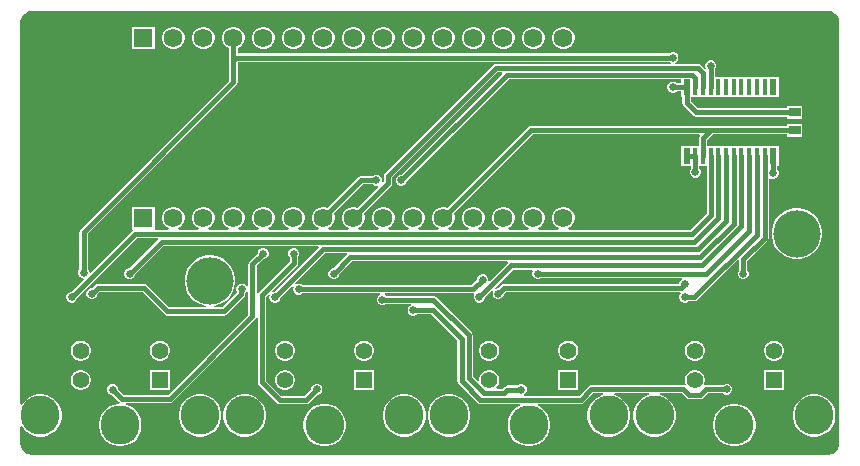
<source format=gbr>
%TF.GenerationSoftware,Altium Limited,Altium Designer,25.6.2 (33)*%
G04 Layer_Physical_Order=1*
G04 Layer_Color=255*
%FSLAX45Y45*%
%MOMM*%
%TF.SameCoordinates,85768DE1-254B-4F2A-BBB9-FB77CA5A1332*%
%TF.FilePolarity,Positive*%
%TF.FileFunction,Copper,L1,Top,Signal*%
%TF.Part,Single*%
G01*
G75*
%TA.AperFunction,SMDPad,CuDef*%
%ADD10R,1.00000X0.80000*%
%ADD11R,0.60000X1.35000*%
%ADD12R,0.40000X1.35000*%
%TA.AperFunction,Conductor*%
%ADD13C,0.38100*%
%TA.AperFunction,ComponentPad*%
%ADD14C,1.59000*%
%TA.AperFunction,ViaPad*%
%ADD15C,4.00000*%
%TA.AperFunction,ComponentPad*%
%ADD16C,1.39800*%
%ADD17C,3.30600*%
%ADD18R,1.59000X1.59000*%
%ADD19R,1.39800X1.39800*%
%TA.AperFunction,ViaPad*%
%ADD20C,0.63500*%
G36*
X6858000Y3784103D02*
X6867958D01*
X6887491Y3780218D01*
X6905891Y3772596D01*
X6922449Y3761532D01*
X6936532Y3747449D01*
X6947596Y3730890D01*
X6955218Y3712491D01*
X6959103Y3692957D01*
X6959103Y3683000D01*
X6959103Y127000D01*
X6959103Y117042D01*
X6955218Y97510D01*
X6947596Y79109D01*
X6936532Y62550D01*
X6922449Y48467D01*
X6905891Y37403D01*
X6887491Y29782D01*
X6867958Y25896D01*
X117042D01*
X97509Y29782D01*
X79109Y37403D01*
X62550Y48468D01*
X48467Y62550D01*
X37403Y79109D01*
X29781Y97509D01*
X25896Y117042D01*
Y264195D01*
X38596Y268047D01*
X53952Y245066D01*
X79066Y219952D01*
X108596Y200220D01*
X141409Y186629D01*
X176242Y179700D01*
X211758D01*
X246592Y186629D01*
X279404Y200220D01*
X308935Y219952D01*
X334048Y245066D01*
X353780Y274596D01*
X367371Y307409D01*
X374300Y342242D01*
Y377758D01*
X367371Y412592D01*
X353780Y445404D01*
X334048Y474935D01*
X308935Y500048D01*
X279404Y519780D01*
X246592Y533371D01*
X211758Y540300D01*
X176242D01*
X141409Y533371D01*
X108596Y519780D01*
X79066Y500048D01*
X53952Y474935D01*
X38596Y451953D01*
X25896Y455805D01*
X25896Y1651000D01*
X25892Y3682995D01*
X25892Y3692953D01*
X29777Y3712487D01*
X37399Y3730887D01*
X48464Y3747448D01*
X62547Y3761531D01*
X79108Y3772596D01*
X97507Y3780218D01*
X117042Y3784103D01*
X127001Y3784104D01*
X6858000Y3784103D01*
D02*
G37*
%LPC*%
G36*
X4635241Y3650500D02*
X4610359D01*
X4586324Y3644060D01*
X4564776Y3631619D01*
X4547181Y3614024D01*
X4534740Y3592476D01*
X4528300Y3568441D01*
Y3543559D01*
X4534740Y3519524D01*
X4547181Y3497976D01*
X4564776Y3480381D01*
X4586324Y3467940D01*
X4610359Y3461500D01*
X4635241D01*
X4659276Y3467940D01*
X4680824Y3480381D01*
X4698419Y3497976D01*
X4710860Y3519524D01*
X4717300Y3543559D01*
Y3568441D01*
X4710860Y3592476D01*
X4698419Y3614024D01*
X4680824Y3631619D01*
X4659276Y3644060D01*
X4635241Y3650500D01*
D02*
G37*
G36*
X4381241D02*
X4356359D01*
X4332324Y3644060D01*
X4310776Y3631619D01*
X4293181Y3614024D01*
X4280740Y3592476D01*
X4274300Y3568441D01*
Y3543559D01*
X4280740Y3519524D01*
X4293181Y3497976D01*
X4310776Y3480381D01*
X4332324Y3467940D01*
X4356359Y3461500D01*
X4381241D01*
X4405276Y3467940D01*
X4426824Y3480381D01*
X4444419Y3497976D01*
X4456860Y3519524D01*
X4463300Y3543559D01*
Y3568441D01*
X4456860Y3592476D01*
X4444419Y3614024D01*
X4426824Y3631619D01*
X4405276Y3644060D01*
X4381241Y3650500D01*
D02*
G37*
G36*
X4127241D02*
X4102359D01*
X4078324Y3644060D01*
X4056776Y3631619D01*
X4039181Y3614024D01*
X4026740Y3592476D01*
X4020300Y3568441D01*
Y3543559D01*
X4026740Y3519524D01*
X4039181Y3497976D01*
X4056776Y3480381D01*
X4078324Y3467940D01*
X4102359Y3461500D01*
X4127241D01*
X4151276Y3467940D01*
X4172824Y3480381D01*
X4190419Y3497976D01*
X4202860Y3519524D01*
X4209300Y3543559D01*
Y3568441D01*
X4202860Y3592476D01*
X4190419Y3614024D01*
X4172824Y3631619D01*
X4151276Y3644060D01*
X4127241Y3650500D01*
D02*
G37*
G36*
X3873241D02*
X3848359D01*
X3824324Y3644060D01*
X3802776Y3631619D01*
X3785181Y3614024D01*
X3772740Y3592476D01*
X3766300Y3568441D01*
Y3543559D01*
X3772740Y3519524D01*
X3785181Y3497976D01*
X3802776Y3480381D01*
X3824324Y3467940D01*
X3848359Y3461500D01*
X3873241D01*
X3897276Y3467940D01*
X3918824Y3480381D01*
X3936419Y3497976D01*
X3948860Y3519524D01*
X3955300Y3543559D01*
Y3568441D01*
X3948860Y3592476D01*
X3936419Y3614024D01*
X3918824Y3631619D01*
X3897276Y3644060D01*
X3873241Y3650500D01*
D02*
G37*
G36*
X3619241D02*
X3594359D01*
X3570324Y3644060D01*
X3548776Y3631619D01*
X3531181Y3614024D01*
X3518740Y3592476D01*
X3512300Y3568441D01*
Y3543559D01*
X3518740Y3519524D01*
X3531181Y3497976D01*
X3548776Y3480381D01*
X3570324Y3467940D01*
X3594359Y3461500D01*
X3619241D01*
X3643276Y3467940D01*
X3664824Y3480381D01*
X3682419Y3497976D01*
X3694860Y3519524D01*
X3701300Y3543559D01*
Y3568441D01*
X3694860Y3592476D01*
X3682419Y3614024D01*
X3664824Y3631619D01*
X3643276Y3644060D01*
X3619241Y3650500D01*
D02*
G37*
G36*
X3365241D02*
X3340359D01*
X3316324Y3644060D01*
X3294776Y3631619D01*
X3277181Y3614024D01*
X3264740Y3592476D01*
X3258300Y3568441D01*
Y3543559D01*
X3264740Y3519524D01*
X3277181Y3497976D01*
X3294776Y3480381D01*
X3316324Y3467940D01*
X3340359Y3461500D01*
X3365241D01*
X3389276Y3467940D01*
X3410824Y3480381D01*
X3428419Y3497976D01*
X3440860Y3519524D01*
X3447300Y3543559D01*
Y3568441D01*
X3440860Y3592476D01*
X3428419Y3614024D01*
X3410824Y3631619D01*
X3389276Y3644060D01*
X3365241Y3650500D01*
D02*
G37*
G36*
X3111241D02*
X3086359D01*
X3062324Y3644060D01*
X3040776Y3631619D01*
X3023181Y3614024D01*
X3010740Y3592476D01*
X3004300Y3568441D01*
Y3543559D01*
X3010740Y3519524D01*
X3023181Y3497976D01*
X3040776Y3480381D01*
X3062324Y3467940D01*
X3086359Y3461500D01*
X3111241D01*
X3135276Y3467940D01*
X3156824Y3480381D01*
X3174419Y3497976D01*
X3186860Y3519524D01*
X3193300Y3543559D01*
Y3568441D01*
X3186860Y3592476D01*
X3174419Y3614024D01*
X3156824Y3631619D01*
X3135276Y3644060D01*
X3111241Y3650500D01*
D02*
G37*
G36*
X2857241D02*
X2832359D01*
X2808324Y3644060D01*
X2786776Y3631619D01*
X2769181Y3614024D01*
X2756740Y3592476D01*
X2750300Y3568441D01*
Y3543559D01*
X2756740Y3519524D01*
X2769181Y3497976D01*
X2786776Y3480381D01*
X2808324Y3467940D01*
X2832359Y3461500D01*
X2857241D01*
X2881276Y3467940D01*
X2902824Y3480381D01*
X2920419Y3497976D01*
X2932860Y3519524D01*
X2939300Y3543559D01*
Y3568441D01*
X2932860Y3592476D01*
X2920419Y3614024D01*
X2902824Y3631619D01*
X2881276Y3644060D01*
X2857241Y3650500D01*
D02*
G37*
G36*
X2603241D02*
X2578359D01*
X2554324Y3644060D01*
X2532776Y3631619D01*
X2515181Y3614024D01*
X2502740Y3592476D01*
X2496300Y3568441D01*
Y3543559D01*
X2502740Y3519524D01*
X2515181Y3497976D01*
X2532776Y3480381D01*
X2554324Y3467940D01*
X2578359Y3461500D01*
X2603241D01*
X2627276Y3467940D01*
X2648824Y3480381D01*
X2666419Y3497976D01*
X2678860Y3519524D01*
X2685300Y3543559D01*
Y3568441D01*
X2678860Y3592476D01*
X2666419Y3614024D01*
X2648824Y3631619D01*
X2627276Y3644060D01*
X2603241Y3650500D01*
D02*
G37*
G36*
X2349241D02*
X2324359D01*
X2300324Y3644060D01*
X2278776Y3631619D01*
X2261181Y3614024D01*
X2248740Y3592476D01*
X2242300Y3568441D01*
Y3543559D01*
X2248740Y3519524D01*
X2261181Y3497976D01*
X2278776Y3480381D01*
X2300324Y3467940D01*
X2324359Y3461500D01*
X2349241D01*
X2373276Y3467940D01*
X2394824Y3480381D01*
X2412419Y3497976D01*
X2424860Y3519524D01*
X2431300Y3543559D01*
Y3568441D01*
X2424860Y3592476D01*
X2412419Y3614024D01*
X2394824Y3631619D01*
X2373276Y3644060D01*
X2349241Y3650500D01*
D02*
G37*
G36*
X2095241D02*
X2070359D01*
X2046324Y3644060D01*
X2024776Y3631619D01*
X2007181Y3614024D01*
X1994740Y3592476D01*
X1988300Y3568441D01*
Y3543559D01*
X1994740Y3519524D01*
X2007181Y3497976D01*
X2024776Y3480381D01*
X2046324Y3467940D01*
X2070359Y3461500D01*
X2095241D01*
X2119276Y3467940D01*
X2140824Y3480381D01*
X2158419Y3497976D01*
X2170860Y3519524D01*
X2177300Y3543559D01*
Y3568441D01*
X2170860Y3592476D01*
X2158419Y3614024D01*
X2140824Y3631619D01*
X2119276Y3644060D01*
X2095241Y3650500D01*
D02*
G37*
G36*
X1587241D02*
X1562359D01*
X1538324Y3644060D01*
X1516776Y3631619D01*
X1499181Y3614024D01*
X1486740Y3592476D01*
X1480300Y3568441D01*
Y3543559D01*
X1486740Y3519524D01*
X1499181Y3497976D01*
X1516776Y3480381D01*
X1538324Y3467940D01*
X1562359Y3461500D01*
X1587241D01*
X1611276Y3467940D01*
X1632824Y3480381D01*
X1650419Y3497976D01*
X1662860Y3519524D01*
X1669300Y3543559D01*
Y3568441D01*
X1662860Y3592476D01*
X1650419Y3614024D01*
X1632824Y3631619D01*
X1611276Y3644060D01*
X1587241Y3650500D01*
D02*
G37*
G36*
X1333241D02*
X1308359D01*
X1284324Y3644060D01*
X1262776Y3631619D01*
X1245181Y3614024D01*
X1232740Y3592476D01*
X1226300Y3568441D01*
Y3543559D01*
X1232740Y3519524D01*
X1245181Y3497976D01*
X1262776Y3480381D01*
X1284324Y3467940D01*
X1308359Y3461500D01*
X1333241D01*
X1357276Y3467940D01*
X1378824Y3480381D01*
X1396419Y3497976D01*
X1408860Y3519524D01*
X1415300Y3543559D01*
Y3568441D01*
X1408860Y3592476D01*
X1396419Y3614024D01*
X1378824Y3631619D01*
X1357276Y3644060D01*
X1333241Y3650500D01*
D02*
G37*
G36*
X1161300D02*
X972300D01*
Y3461500D01*
X1161300D01*
Y3650500D01*
D02*
G37*
G36*
X1841241D02*
X1816359D01*
X1792324Y3644060D01*
X1770776Y3631619D01*
X1753181Y3614024D01*
X1740740Y3592476D01*
X1734300Y3568441D01*
Y3543559D01*
X1740740Y3519524D01*
X1753181Y3497976D01*
X1770776Y3480381D01*
X1792324Y3467940D01*
X1794083Y3467469D01*
Y3368521D01*
Y3195422D01*
X535451Y1936791D01*
X527926Y1925528D01*
X525283Y1912242D01*
Y1601397D01*
X520367Y1596482D01*
X513250Y1579299D01*
Y1560701D01*
X520367Y1543518D01*
X533518Y1530367D01*
X550701Y1523250D01*
X556192D01*
X561453Y1510550D01*
X457653Y1406750D01*
X450701D01*
X433518Y1399633D01*
X420367Y1386482D01*
X413250Y1369299D01*
Y1350701D01*
X420367Y1333518D01*
X433518Y1320367D01*
X450701Y1313250D01*
X469299D01*
X486482Y1320367D01*
X499633Y1333518D01*
X506750Y1350701D01*
Y1357653D01*
X1013096Y1863999D01*
X1187605D01*
X1192201Y1851299D01*
X947653Y1606750D01*
X940701D01*
X923518Y1599633D01*
X910367Y1586482D01*
X903250Y1569299D01*
Y1550701D01*
X910367Y1533518D01*
X923518Y1520367D01*
X940701Y1513250D01*
X959299D01*
X976482Y1520367D01*
X989633Y1533518D01*
X996750Y1550701D01*
Y1557653D01*
X1234380Y1795283D01*
X2548225D01*
X2553486Y1782583D01*
X2177653Y1406750D01*
X2170701D01*
X2158934Y1401876D01*
X2151740Y1412643D01*
X2364548Y1625451D01*
X2372074Y1636714D01*
X2374717Y1650000D01*
Y1698603D01*
X2379633Y1703518D01*
X2386750Y1720701D01*
Y1739299D01*
X2379633Y1756482D01*
X2366482Y1769633D01*
X2349299Y1776750D01*
X2330701D01*
X2313518Y1769633D01*
X2300367Y1756482D01*
X2293250Y1739299D01*
Y1720701D01*
X2300367Y1703518D01*
X2305283Y1698603D01*
Y1664380D01*
X2045451Y1404548D01*
X2037926Y1393286D01*
X2037417Y1390729D01*
X2024717Y1391980D01*
Y1625620D01*
X2082347Y1683250D01*
X2089299D01*
X2106482Y1690367D01*
X2119633Y1703518D01*
X2126750Y1720701D01*
Y1739299D01*
X2119633Y1756482D01*
X2106482Y1769633D01*
X2089299Y1776750D01*
X2070701D01*
X2053518Y1769633D01*
X2040367Y1756482D01*
X2033250Y1739299D01*
Y1732347D01*
X1965451Y1664549D01*
X1957926Y1653286D01*
X1955283Y1640000D01*
Y1451885D01*
X1942583Y1449359D01*
X1939633Y1456482D01*
X1926482Y1469633D01*
X1909299Y1476750D01*
X1890701D01*
X1873518Y1469633D01*
X1860367Y1456482D01*
X1853250Y1439299D01*
Y1420701D01*
X1860367Y1403518D01*
X1860521Y1403364D01*
Y1399618D01*
X1735620Y1274717D01*
X1664577D01*
X1663326Y1287417D01*
X1692713Y1293262D01*
X1731841Y1309470D01*
X1767054Y1332999D01*
X1797001Y1362946D01*
X1820531Y1398160D01*
X1836738Y1437287D01*
X1845000Y1478824D01*
Y1521176D01*
X1836738Y1562713D01*
X1820531Y1601841D01*
X1797001Y1637054D01*
X1767054Y1667001D01*
X1731841Y1690531D01*
X1692713Y1706738D01*
X1651176Y1715000D01*
X1608824D01*
X1567287Y1706738D01*
X1528160Y1690531D01*
X1492946Y1667001D01*
X1462999Y1637054D01*
X1439470Y1601841D01*
X1423262Y1562713D01*
X1415000Y1521176D01*
Y1478824D01*
X1423262Y1437287D01*
X1439470Y1398160D01*
X1462999Y1362946D01*
X1492946Y1332999D01*
X1528160Y1309470D01*
X1567287Y1293262D01*
X1596674Y1287417D01*
X1595423Y1274717D01*
X1284265D01*
X1094434Y1464549D01*
X1083171Y1472074D01*
X1069885Y1474717D01*
X680000D01*
X666714Y1472074D01*
X655451Y1464549D01*
X627653Y1436750D01*
X620701D01*
X603518Y1429633D01*
X590367Y1416482D01*
X583250Y1399299D01*
Y1380701D01*
X590367Y1363518D01*
X603518Y1350367D01*
X620701Y1343250D01*
X639299D01*
X656482Y1350367D01*
X669633Y1363518D01*
X676750Y1380701D01*
Y1387653D01*
X694380Y1405283D01*
X1055505D01*
X1245336Y1215451D01*
X1256599Y1207926D01*
X1269885Y1205283D01*
X1750000D01*
X1763286Y1207926D01*
X1774549Y1215451D01*
X1919787Y1360690D01*
X1927313Y1371953D01*
X1929955Y1385238D01*
Y1393841D01*
X1939633Y1403518D01*
X1942583Y1410641D01*
X1955283Y1408115D01*
Y1214380D01*
X1275620Y534717D01*
X898680D01*
X851930Y581467D01*
Y588419D01*
X844813Y605602D01*
X831662Y618753D01*
X814479Y625870D01*
X795881D01*
X778698Y618753D01*
X765547Y605602D01*
X758430Y588419D01*
Y569821D01*
X765547Y552638D01*
X778698Y539487D01*
X795881Y532370D01*
X802833D01*
X859751Y475451D01*
X864917Y472000D01*
X861064Y459300D01*
X852242D01*
X817409Y452371D01*
X784596Y438780D01*
X755066Y419048D01*
X729952Y393934D01*
X710220Y364404D01*
X696629Y331591D01*
X689700Y296758D01*
Y261242D01*
X696629Y226408D01*
X710220Y193596D01*
X729952Y164065D01*
X755066Y138952D01*
X784596Y119220D01*
X817409Y105629D01*
X852242Y98700D01*
X887758D01*
X922591Y105629D01*
X955404Y119220D01*
X984935Y138952D01*
X1010048Y164065D01*
X1029780Y193596D01*
X1043371Y226408D01*
X1050300Y261242D01*
Y296758D01*
X1043371Y331591D01*
X1029780Y364404D01*
X1010048Y393934D01*
X984935Y419048D01*
X955404Y438780D01*
X922591Y452371D01*
X921527Y452583D01*
X922777Y465283D01*
X1290000D01*
X1303286Y467926D01*
X1314549Y475451D01*
X2014549Y1175452D01*
X2022075Y1186715D01*
X2022583Y1189270D01*
X2035283Y1188019D01*
Y640000D01*
X2037926Y626714D01*
X2045451Y615451D01*
X2195451Y465451D01*
X2206714Y457926D01*
X2220000Y455283D01*
X2443260D01*
X2456546Y457926D01*
X2467809Y465451D01*
X2537267Y534910D01*
X2544219D01*
X2561402Y542027D01*
X2574553Y555178D01*
X2581670Y572361D01*
Y590959D01*
X2574553Y608142D01*
X2561402Y621293D01*
X2544219Y628410D01*
X2525621D01*
X2508438Y621293D01*
X2495287Y608142D01*
X2488170Y590959D01*
Y584007D01*
X2428880Y524717D01*
X2234380D01*
X2104717Y654380D01*
Y1365620D01*
X2127357Y1388260D01*
X2138124Y1381066D01*
X2133250Y1369299D01*
Y1350701D01*
X2140367Y1333518D01*
X2153518Y1320367D01*
X2170701Y1313250D01*
X2189299D01*
X2206482Y1320367D01*
X2219633Y1333518D01*
X2226750Y1350701D01*
Y1357653D01*
X2327358Y1458261D01*
X2338124Y1451067D01*
X2333250Y1439299D01*
Y1420701D01*
X2340367Y1403518D01*
X2353518Y1390367D01*
X2370701Y1383250D01*
X2389299D01*
X2406482Y1390367D01*
X2411398Y1395283D01*
X3068114D01*
X3070640Y1382583D01*
X3063518Y1379633D01*
X3050367Y1366482D01*
X3043250Y1349299D01*
Y1330701D01*
X3050367Y1313518D01*
X3063518Y1300367D01*
X3080701Y1293250D01*
X3099299D01*
X3116482Y1300367D01*
X3121397Y1305283D01*
X3328115D01*
X3330641Y1292583D01*
X3323518Y1289633D01*
X3310367Y1276482D01*
X3303250Y1259299D01*
Y1240701D01*
X3310367Y1223518D01*
X3323518Y1210367D01*
X3340701Y1203250D01*
X3359299D01*
X3376482Y1210367D01*
X3381397Y1215283D01*
X3505620D01*
X3725283Y995620D01*
Y650000D01*
X3727926Y636714D01*
X3735452Y625452D01*
X3895452Y465451D01*
X3906715Y457926D01*
X3920000Y455283D01*
X4251252D01*
X4253778Y442583D01*
X4244596Y438780D01*
X4215065Y419048D01*
X4189952Y393934D01*
X4170220Y364404D01*
X4156629Y331591D01*
X4149700Y296758D01*
Y261242D01*
X4156629Y226408D01*
X4170220Y193596D01*
X4189952Y164065D01*
X4215065Y138952D01*
X4244596Y119220D01*
X4277409Y105629D01*
X4312242Y98700D01*
X4347758D01*
X4382591Y105629D01*
X4415404Y119220D01*
X4444934Y138952D01*
X4470048Y164065D01*
X4489780Y193596D01*
X4503371Y226408D01*
X4510300Y261242D01*
Y296758D01*
X4503371Y331591D01*
X4489780Y364404D01*
X4470048Y393934D01*
X4444934Y419048D01*
X4415404Y438780D01*
X4406222Y442583D01*
X4408748Y455283D01*
X4768145D01*
X4781431Y457926D01*
X4792694Y465451D01*
X4874185Y546943D01*
X4956540D01*
X4957791Y534243D01*
X4953408Y533371D01*
X4920596Y519780D01*
X4891065Y500048D01*
X4865952Y474935D01*
X4846220Y445404D01*
X4832629Y412592D01*
X4825700Y377758D01*
Y342242D01*
X4832629Y307409D01*
X4846220Y274596D01*
X4865952Y245066D01*
X4891065Y219952D01*
X4920596Y200220D01*
X4953408Y186629D01*
X4988242Y179700D01*
X5023758D01*
X5058591Y186629D01*
X5091404Y200220D01*
X5120934Y219952D01*
X5146048Y245066D01*
X5165780Y274596D01*
X5179371Y307409D01*
X5186300Y342242D01*
Y377758D01*
X5179371Y412592D01*
X5165780Y445404D01*
X5146048Y474935D01*
X5120934Y500048D01*
X5091404Y519780D01*
X5058591Y533371D01*
X5054209Y534243D01*
X5055460Y546943D01*
X5344540D01*
X5345791Y534243D01*
X5341409Y533371D01*
X5308596Y519780D01*
X5279066Y500048D01*
X5253952Y474935D01*
X5234220Y445404D01*
X5220629Y412592D01*
X5213700Y377758D01*
Y342242D01*
X5220629Y307409D01*
X5234220Y274596D01*
X5253952Y245066D01*
X5279066Y219952D01*
X5308596Y200220D01*
X5341409Y186629D01*
X5376242Y179700D01*
X5411758D01*
X5446592Y186629D01*
X5479404Y200220D01*
X5508935Y219952D01*
X5534048Y245066D01*
X5553780Y274596D01*
X5567371Y307409D01*
X5574300Y342242D01*
Y377758D01*
X5567371Y412592D01*
X5553780Y445404D01*
X5534048Y474935D01*
X5508935Y500048D01*
X5479404Y519780D01*
X5446592Y533371D01*
X5442209Y534243D01*
X5443460Y546943D01*
X5623960D01*
X5665451Y505451D01*
X5676714Y497926D01*
X5690000Y495283D01*
X5780000D01*
X5793286Y497926D01*
X5804549Y505451D01*
X5846040Y546943D01*
X5973163D01*
X5978078Y542027D01*
X5995261Y534910D01*
X6013859D01*
X6031042Y542027D01*
X6044193Y555178D01*
X6051310Y572361D01*
Y590959D01*
X6044193Y608142D01*
X6031042Y621293D01*
X6013859Y628410D01*
X5995261D01*
X5978078Y621293D01*
X5973163Y616377D01*
X5831660D01*
X5821326Y614322D01*
X5814284Y621339D01*
X5812562Y624541D01*
X5814114Y627230D01*
X5819900Y648823D01*
Y671177D01*
X5814114Y692770D01*
X5802937Y712130D01*
X5787130Y727937D01*
X5767770Y739114D01*
X5746177Y744900D01*
X5723823D01*
X5702230Y739114D01*
X5682870Y727937D01*
X5667063Y712130D01*
X5655886Y692770D01*
X5650100Y671177D01*
Y648823D01*
X5655886Y627230D01*
X5657438Y624542D01*
X5655716Y621340D01*
X5648674Y614322D01*
X5638340Y616377D01*
X4859805D01*
X4846520Y613735D01*
X4835257Y606209D01*
X4753765Y524717D01*
X4288670D01*
X4286144Y537417D01*
X4291142Y539487D01*
X4304293Y552638D01*
X4311410Y569821D01*
Y588419D01*
X4304293Y605602D01*
X4291142Y618753D01*
X4273959Y625870D01*
X4255361D01*
X4238178Y618753D01*
X4233263Y613837D01*
X4149120D01*
X4135834Y611194D01*
X4124571Y603669D01*
X4105620Y584717D01*
X4057744D01*
X4052483Y597417D01*
X4062937Y607870D01*
X4074114Y627230D01*
X4079900Y648823D01*
Y671177D01*
X4074114Y692770D01*
X4062937Y712130D01*
X4047130Y727937D01*
X4027770Y739114D01*
X4006177Y744900D01*
X3983823D01*
X3962230Y739114D01*
X3942870Y727937D01*
X3927063Y712130D01*
X3915886Y692770D01*
X3910100Y671177D01*
Y656958D01*
X3897400Y651697D01*
X3854717Y694380D01*
Y1040000D01*
X3852074Y1053286D01*
X3844549Y1064549D01*
X3544548Y1364549D01*
X3533286Y1372074D01*
X3520000Y1374717D01*
X3121397D01*
X3116482Y1379633D01*
X3109360Y1382583D01*
X3111886Y1395283D01*
X3860000D01*
X3861508Y1395583D01*
X3865652Y1391326D01*
X3869426Y1384209D01*
X3863250Y1369299D01*
Y1350701D01*
X3870367Y1333518D01*
X3883518Y1320367D01*
X3900701Y1313250D01*
X3919299D01*
X3936482Y1320367D01*
X3949633Y1333518D01*
X3956750Y1350701D01*
Y1357653D01*
X4017358Y1418261D01*
X4028124Y1411067D01*
X4023250Y1399299D01*
Y1380701D01*
X4030367Y1363518D01*
X4043518Y1350367D01*
X4060701Y1343250D01*
X4079299D01*
X4096482Y1350367D01*
X4109633Y1363518D01*
X4116750Y1380701D01*
Y1387653D01*
X4134380Y1405283D01*
X5611208D01*
X5616431Y1395642D01*
X5616836Y1392951D01*
X5610367Y1386482D01*
X5603250Y1369299D01*
Y1350701D01*
X5610367Y1333518D01*
X5623518Y1320367D01*
X5640701Y1313250D01*
X5659299D01*
X5676482Y1320367D01*
X5681397Y1325283D01*
X5730000D01*
X5743286Y1327926D01*
X5754549Y1335451D01*
X6097583Y1678486D01*
X6110283Y1673225D01*
Y1591397D01*
X6105368Y1586482D01*
X6098250Y1569299D01*
Y1550701D01*
X6105368Y1533518D01*
X6118518Y1520367D01*
X6135701Y1513250D01*
X6154299D01*
X6171482Y1520367D01*
X6184633Y1533518D01*
X6191750Y1550701D01*
Y1569299D01*
X6184633Y1586482D01*
X6179717Y1591397D01*
Y1670620D01*
X6349849Y1840751D01*
X6357374Y1852014D01*
X6360017Y1865300D01*
Y2365908D01*
X6372717Y2371168D01*
X6373518Y2370367D01*
X6390701Y2363250D01*
X6409299D01*
X6426482Y2370367D01*
X6439633Y2383518D01*
X6446750Y2400701D01*
Y2419299D01*
X6439633Y2436482D01*
X6434867Y2441248D01*
Y2474721D01*
X6445300D01*
Y2639721D01*
X5840967D01*
Y2691870D01*
X5889380Y2740283D01*
X6515000D01*
Y2720000D01*
X6645000D01*
Y2830000D01*
X6515000D01*
Y2809717D01*
X4349800D01*
X4336514Y2807074D01*
X4325251Y2799548D01*
X3644852Y2119149D01*
X3643276Y2120060D01*
X3619241Y2126500D01*
X3594359D01*
X3570324Y2120060D01*
X3548776Y2107619D01*
X3531181Y2090024D01*
X3518740Y2068476D01*
X3512300Y2044441D01*
Y2019559D01*
X3518740Y1995524D01*
X3531181Y1973976D01*
X3548776Y1956381D01*
X3566527Y1946133D01*
X3563124Y1933433D01*
X3396476D01*
X3393073Y1946133D01*
X3410824Y1956381D01*
X3428419Y1973976D01*
X3440860Y1995524D01*
X3447300Y2019559D01*
Y2044441D01*
X3440860Y2068476D01*
X3428419Y2090024D01*
X3410824Y2107619D01*
X3389276Y2120060D01*
X3365241Y2126500D01*
X3340359D01*
X3316324Y2120060D01*
X3294776Y2107619D01*
X3277181Y2090024D01*
X3264740Y2068476D01*
X3258300Y2044441D01*
Y2019559D01*
X3264740Y1995524D01*
X3277181Y1973976D01*
X3294776Y1956381D01*
X3312527Y1946133D01*
X3309124Y1933433D01*
X3142476D01*
X3139073Y1946133D01*
X3156824Y1956381D01*
X3174419Y1973976D01*
X3186860Y1995524D01*
X3193300Y2019559D01*
Y2044441D01*
X3186860Y2068476D01*
X3174419Y2090024D01*
X3156824Y2107619D01*
X3135276Y2120060D01*
X3111241Y2126500D01*
X3086359D01*
X3062324Y2120060D01*
X3040776Y2107619D01*
X3023181Y2090024D01*
X3010740Y2068476D01*
X3004300Y2044441D01*
Y2019559D01*
X3010740Y1995524D01*
X3023181Y1973976D01*
X3040776Y1956381D01*
X3058527Y1946133D01*
X3055124Y1933433D01*
X2888476D01*
X2885073Y1946133D01*
X2902824Y1956381D01*
X2920419Y1973976D01*
X2932860Y1995524D01*
X2939300Y2019559D01*
Y2044441D01*
X2932860Y2068476D01*
X2931949Y2070052D01*
X3164549Y2302651D01*
X3172074Y2313914D01*
X3174717Y2327200D01*
Y2375620D01*
X4064380Y3265283D01*
X4099592D01*
X4104453Y3253550D01*
X3247653Y2396750D01*
X3240701D01*
X3223518Y2389633D01*
X3210367Y2376482D01*
X3203250Y2359299D01*
Y2340701D01*
X3210367Y2323518D01*
X3223518Y2310367D01*
X3240701Y2303250D01*
X3259299D01*
X3276482Y2310367D01*
X3289633Y2323518D01*
X3296750Y2340701D01*
Y2347653D01*
X4158149Y3209051D01*
X5620300D01*
Y3174717D01*
X5581398D01*
X5576482Y3179633D01*
X5559299Y3186750D01*
X5540701D01*
X5523518Y3179633D01*
X5510367Y3166482D01*
X5503250Y3149299D01*
Y3130701D01*
X5510367Y3113518D01*
X5523518Y3100367D01*
X5540701Y3093250D01*
X5559299D01*
X5576482Y3100367D01*
X5581398Y3105283D01*
X5620300D01*
Y3059719D01*
X5630583D01*
Y3004700D01*
X5633226Y2991414D01*
X5640751Y2980152D01*
X5720452Y2900451D01*
X5731715Y2892925D01*
X5745000Y2890283D01*
X6515000D01*
Y2870000D01*
X6645000D01*
Y2980000D01*
X6515000D01*
Y2959717D01*
X5759381D01*
X5700017Y3019080D01*
Y3059719D01*
X6445300D01*
Y3224718D01*
X5904867D01*
Y3288752D01*
X5909633Y3293518D01*
X5916750Y3310701D01*
Y3329299D01*
X5909633Y3346482D01*
X5896482Y3359633D01*
X5879299Y3366750D01*
X5860701D01*
X5843518Y3359633D01*
X5830367Y3346482D01*
X5823250Y3329299D01*
Y3310701D01*
X5828124Y3298934D01*
X5817357Y3291740D01*
X5784549Y3324549D01*
X5773286Y3332074D01*
X5760000Y3334717D01*
X5571885D01*
X5569359Y3347417D01*
X5576482Y3350367D01*
X5589633Y3363518D01*
X5596750Y3380701D01*
Y3399299D01*
X5589633Y3416482D01*
X5576482Y3429633D01*
X5559299Y3436750D01*
X5540701D01*
X5523518Y3429633D01*
X5518603Y3424717D01*
X1863517D01*
Y3467469D01*
X1865276Y3467940D01*
X1886824Y3480381D01*
X1904419Y3497976D01*
X1916860Y3519524D01*
X1923300Y3543559D01*
Y3568441D01*
X1916860Y3592476D01*
X1904419Y3614024D01*
X1886824Y3631619D01*
X1865276Y3644060D01*
X1841241Y3650500D01*
D02*
G37*
G36*
X6621176Y2115000D02*
X6578824D01*
X6537287Y2106738D01*
X6498159Y2090530D01*
X6462946Y2067001D01*
X6432999Y2037054D01*
X6409470Y2001841D01*
X6393262Y1962713D01*
X6385000Y1921176D01*
Y1878824D01*
X6393262Y1837287D01*
X6409470Y1798159D01*
X6432999Y1762946D01*
X6462946Y1732999D01*
X6498159Y1709470D01*
X6537287Y1693262D01*
X6578824Y1685000D01*
X6621176D01*
X6662713Y1693262D01*
X6701841Y1709470D01*
X6737054Y1732999D01*
X6767001Y1762946D01*
X6790530Y1798159D01*
X6806738Y1837287D01*
X6815000Y1878824D01*
Y1921176D01*
X6806738Y1962713D01*
X6790530Y2001841D01*
X6767001Y2037054D01*
X6737054Y2067001D01*
X6701841Y2090530D01*
X6662713Y2106738D01*
X6621176Y2115000D01*
D02*
G37*
G36*
X6416177Y993900D02*
X6393823D01*
X6372230Y988114D01*
X6352870Y976937D01*
X6337063Y961130D01*
X6325886Y941770D01*
X6320100Y920177D01*
Y897823D01*
X6325886Y876230D01*
X6337063Y856870D01*
X6352870Y841063D01*
X6372230Y829886D01*
X6393823Y824100D01*
X6416177D01*
X6437770Y829886D01*
X6457130Y841063D01*
X6472937Y856870D01*
X6484114Y876230D01*
X6489900Y897823D01*
Y920177D01*
X6484114Y941770D01*
X6472937Y961130D01*
X6457130Y976937D01*
X6437770Y988114D01*
X6416177Y993900D01*
D02*
G37*
G36*
X5746177D02*
X5723823D01*
X5702230Y988114D01*
X5682870Y976937D01*
X5667063Y961130D01*
X5655886Y941770D01*
X5650100Y920177D01*
Y897823D01*
X5655886Y876230D01*
X5667063Y856870D01*
X5682870Y841063D01*
X5702230Y829886D01*
X5723823Y824100D01*
X5746177D01*
X5767770Y829886D01*
X5787130Y841063D01*
X5802937Y856870D01*
X5814114Y876230D01*
X5819900Y897823D01*
Y920177D01*
X5814114Y941770D01*
X5802937Y961130D01*
X5787130Y976937D01*
X5767770Y988114D01*
X5746177Y993900D01*
D02*
G37*
G36*
X4676177D02*
X4653823D01*
X4632230Y988114D01*
X4612870Y976937D01*
X4597063Y961130D01*
X4585886Y941770D01*
X4580100Y920177D01*
Y897823D01*
X4585886Y876230D01*
X4597063Y856870D01*
X4612870Y841063D01*
X4632230Y829886D01*
X4653823Y824100D01*
X4676177D01*
X4697770Y829886D01*
X4717130Y841063D01*
X4732937Y856870D01*
X4744114Y876230D01*
X4749900Y897823D01*
Y920177D01*
X4744114Y941770D01*
X4732937Y961130D01*
X4717130Y976937D01*
X4697770Y988114D01*
X4676177Y993900D01*
D02*
G37*
G36*
X4006177D02*
X3983823D01*
X3962230Y988114D01*
X3942870Y976937D01*
X3927063Y961130D01*
X3915886Y941770D01*
X3910100Y920177D01*
Y897823D01*
X3915886Y876230D01*
X3927063Y856870D01*
X3942870Y841063D01*
X3962230Y829886D01*
X3983823Y824100D01*
X4006177D01*
X4027770Y829886D01*
X4047130Y841063D01*
X4062937Y856870D01*
X4074114Y876230D01*
X4079900Y897823D01*
Y920177D01*
X4074114Y941770D01*
X4062937Y961130D01*
X4047130Y976937D01*
X4027770Y988114D01*
X4006177Y993900D01*
D02*
G37*
G36*
X2946177D02*
X2923823D01*
X2902230Y988114D01*
X2882870Y976937D01*
X2867063Y961130D01*
X2855886Y941770D01*
X2850100Y920177D01*
Y897823D01*
X2855886Y876230D01*
X2867063Y856870D01*
X2882870Y841063D01*
X2902230Y829886D01*
X2923823Y824100D01*
X2946177D01*
X2967770Y829886D01*
X2987130Y841063D01*
X3002937Y856870D01*
X3014114Y876230D01*
X3019900Y897823D01*
Y920177D01*
X3014114Y941770D01*
X3002937Y961130D01*
X2987130Y976937D01*
X2967770Y988114D01*
X2946177Y993900D01*
D02*
G37*
G36*
X2276177D02*
X2253823D01*
X2232230Y988114D01*
X2212870Y976937D01*
X2197063Y961130D01*
X2185886Y941770D01*
X2180100Y920177D01*
Y897823D01*
X2185886Y876230D01*
X2197063Y856870D01*
X2212870Y841063D01*
X2232230Y829886D01*
X2253823Y824100D01*
X2276177D01*
X2297770Y829886D01*
X2317129Y841063D01*
X2332937Y856870D01*
X2344114Y876230D01*
X2349900Y897823D01*
Y920177D01*
X2344114Y941770D01*
X2332937Y961130D01*
X2317129Y976937D01*
X2297770Y988114D01*
X2276177Y993900D01*
D02*
G37*
G36*
X1216177D02*
X1193823D01*
X1172230Y988114D01*
X1152870Y976937D01*
X1137063Y961130D01*
X1125886Y941770D01*
X1120100Y920177D01*
Y897823D01*
X1125886Y876230D01*
X1137063Y856870D01*
X1152870Y841063D01*
X1172230Y829886D01*
X1193823Y824100D01*
X1216177D01*
X1237770Y829886D01*
X1257130Y841063D01*
X1272937Y856870D01*
X1284114Y876230D01*
X1289900Y897823D01*
Y920177D01*
X1284114Y941770D01*
X1272937Y961130D01*
X1257130Y976937D01*
X1237770Y988114D01*
X1216177Y993900D01*
D02*
G37*
G36*
X546177D02*
X523823D01*
X502230Y988114D01*
X482870Y976937D01*
X467063Y961130D01*
X455886Y941770D01*
X450100Y920177D01*
Y897823D01*
X455886Y876230D01*
X467063Y856870D01*
X482870Y841063D01*
X502230Y829886D01*
X523823Y824100D01*
X546177D01*
X567770Y829886D01*
X587130Y841063D01*
X602937Y856870D01*
X614114Y876230D01*
X619900Y897823D01*
Y920177D01*
X614114Y941770D01*
X602937Y961130D01*
X587130Y976937D01*
X567770Y988114D01*
X546177Y993900D01*
D02*
G37*
G36*
X6489900Y744900D02*
X6320100D01*
Y575100D01*
X6489900D01*
Y744900D01*
D02*
G37*
G36*
X4749900D02*
X4580100D01*
Y575100D01*
X4749900D01*
Y744900D01*
D02*
G37*
G36*
X3019900D02*
X2850100D01*
Y575100D01*
X3019900D01*
Y744900D01*
D02*
G37*
G36*
X2276177D02*
X2253823D01*
X2232230Y739114D01*
X2212870Y727937D01*
X2197063Y712130D01*
X2185886Y692770D01*
X2180100Y671177D01*
Y648823D01*
X2185886Y627230D01*
X2197063Y607870D01*
X2212870Y592063D01*
X2232230Y580886D01*
X2253823Y575100D01*
X2276177D01*
X2297770Y580886D01*
X2317129Y592063D01*
X2332937Y607870D01*
X2344114Y627230D01*
X2349900Y648823D01*
Y671177D01*
X2344114Y692770D01*
X2332937Y712130D01*
X2317129Y727937D01*
X2297770Y739114D01*
X2276177Y744900D01*
D02*
G37*
G36*
X1289900D02*
X1120100D01*
Y575100D01*
X1289900D01*
Y744900D01*
D02*
G37*
G36*
X546177D02*
X523823D01*
X502230Y739114D01*
X482870Y727937D01*
X467063Y712130D01*
X455886Y692770D01*
X450100Y671177D01*
Y648823D01*
X455886Y627230D01*
X467063Y607870D01*
X482870Y592063D01*
X502230Y580886D01*
X523823Y575100D01*
X546177D01*
X567770Y580886D01*
X587130Y592063D01*
X602937Y607870D01*
X614114Y627230D01*
X619900Y648823D01*
Y671177D01*
X614114Y692770D01*
X602937Y712130D01*
X587130Y727937D01*
X567770Y739114D01*
X546177Y744900D01*
D02*
G37*
G36*
X6763758Y540300D02*
X6728242D01*
X6693409Y533371D01*
X6660596Y519780D01*
X6631065Y500048D01*
X6605952Y474935D01*
X6586220Y445404D01*
X6572629Y412592D01*
X6565700Y377758D01*
Y342242D01*
X6572629Y307409D01*
X6586220Y274596D01*
X6605952Y245066D01*
X6631065Y219952D01*
X6660596Y200220D01*
X6693409Y186629D01*
X6728242Y179700D01*
X6763758D01*
X6798591Y186629D01*
X6831404Y200220D01*
X6860934Y219952D01*
X6886048Y245066D01*
X6905780Y274596D01*
X6919371Y307409D01*
X6926300Y342242D01*
Y377758D01*
X6919371Y412592D01*
X6905780Y445404D01*
X6886048Y474935D01*
X6860934Y500048D01*
X6831404Y519780D01*
X6798591Y533371D01*
X6763758Y540300D01*
D02*
G37*
G36*
X3671758D02*
X3636242D01*
X3601409Y533371D01*
X3568596Y519780D01*
X3539066Y500048D01*
X3513952Y474935D01*
X3494220Y445404D01*
X3480629Y412592D01*
X3473700Y377758D01*
Y342242D01*
X3480629Y307409D01*
X3494220Y274596D01*
X3513952Y245066D01*
X3539066Y219952D01*
X3568596Y200220D01*
X3601409Y186629D01*
X3636242Y179700D01*
X3671758D01*
X3706592Y186629D01*
X3739404Y200220D01*
X3768935Y219952D01*
X3794048Y245066D01*
X3813780Y274596D01*
X3827371Y307409D01*
X3834300Y342242D01*
Y377758D01*
X3827371Y412592D01*
X3813780Y445404D01*
X3794048Y474935D01*
X3768935Y500048D01*
X3739404Y519780D01*
X3706592Y533371D01*
X3671758Y540300D01*
D02*
G37*
G36*
X3293758D02*
X3258242D01*
X3223408Y533371D01*
X3190596Y519780D01*
X3161065Y500048D01*
X3135952Y474935D01*
X3116220Y445404D01*
X3102629Y412592D01*
X3095700Y377758D01*
Y342242D01*
X3102629Y307409D01*
X3116220Y274596D01*
X3135952Y245066D01*
X3161065Y219952D01*
X3190596Y200220D01*
X3223408Y186629D01*
X3258242Y179700D01*
X3293758D01*
X3328591Y186629D01*
X3361404Y200220D01*
X3390934Y219952D01*
X3416048Y245066D01*
X3435780Y274596D01*
X3449371Y307409D01*
X3456300Y342242D01*
Y377758D01*
X3449371Y412592D01*
X3435780Y445404D01*
X3416048Y474935D01*
X3390934Y500048D01*
X3361404Y519780D01*
X3328591Y533371D01*
X3293758Y540300D01*
D02*
G37*
G36*
X1941758D02*
X1906242D01*
X1871409Y533371D01*
X1838596Y519780D01*
X1809065Y500048D01*
X1783952Y474935D01*
X1764220Y445404D01*
X1750629Y412592D01*
X1743700Y377758D01*
Y342242D01*
X1750629Y307409D01*
X1764220Y274596D01*
X1783952Y245066D01*
X1809065Y219952D01*
X1838596Y200220D01*
X1871409Y186629D01*
X1906242Y179700D01*
X1941758D01*
X1976591Y186629D01*
X2009404Y200220D01*
X2038934Y219952D01*
X2064048Y245066D01*
X2083780Y274596D01*
X2097371Y307409D01*
X2104300Y342242D01*
Y377758D01*
X2097371Y412592D01*
X2083780Y445404D01*
X2064048Y474935D01*
X2038934Y500048D01*
X2009404Y519780D01*
X1976591Y533371D01*
X1941758Y540300D01*
D02*
G37*
G36*
X1563758D02*
X1528242D01*
X1493408Y533371D01*
X1460596Y519780D01*
X1431065Y500048D01*
X1405952Y474935D01*
X1386220Y445404D01*
X1372629Y412592D01*
X1365700Y377758D01*
Y342242D01*
X1372629Y307409D01*
X1386220Y274596D01*
X1405952Y245066D01*
X1431065Y219952D01*
X1460596Y200220D01*
X1493408Y186629D01*
X1528242Y179700D01*
X1563758D01*
X1598591Y186629D01*
X1631404Y200220D01*
X1660934Y219952D01*
X1686048Y245066D01*
X1705780Y274596D01*
X1719371Y307409D01*
X1726300Y342242D01*
Y377758D01*
X1719371Y412592D01*
X1705780Y445404D01*
X1686048Y474935D01*
X1660934Y500048D01*
X1631404Y519780D01*
X1598591Y533371D01*
X1563758Y540300D01*
D02*
G37*
G36*
X6087758Y459300D02*
X6052242D01*
X6017409Y452371D01*
X5984596Y438780D01*
X5955066Y419048D01*
X5929952Y393934D01*
X5910220Y364404D01*
X5896629Y331591D01*
X5889700Y296758D01*
Y261242D01*
X5896629Y226408D01*
X5910220Y193596D01*
X5929952Y164065D01*
X5955066Y138952D01*
X5984596Y119220D01*
X6017409Y105629D01*
X6052242Y98700D01*
X6087758D01*
X6122592Y105629D01*
X6155404Y119220D01*
X6184935Y138952D01*
X6210048Y164065D01*
X6229780Y193596D01*
X6243371Y226408D01*
X6250300Y261242D01*
Y296758D01*
X6243371Y331591D01*
X6229780Y364404D01*
X6210048Y393934D01*
X6184935Y419048D01*
X6155404Y438780D01*
X6122592Y452371D01*
X6087758Y459300D01*
D02*
G37*
G36*
X2617758D02*
X2582242D01*
X2547408Y452371D01*
X2514596Y438780D01*
X2485065Y419048D01*
X2459952Y393934D01*
X2440220Y364404D01*
X2426629Y331591D01*
X2419700Y296758D01*
Y261242D01*
X2426629Y226408D01*
X2440220Y193596D01*
X2459952Y164065D01*
X2485065Y138952D01*
X2514596Y119220D01*
X2547408Y105629D01*
X2582242Y98700D01*
X2617758D01*
X2652591Y105629D01*
X2685404Y119220D01*
X2714934Y138952D01*
X2740048Y164065D01*
X2759780Y193596D01*
X2773371Y226408D01*
X2780300Y261242D01*
Y296758D01*
X2773371Y331591D01*
X2759780Y364404D01*
X2740048Y393934D01*
X2714934Y419048D01*
X2685404Y438780D01*
X2652591Y452371D01*
X2617758Y459300D01*
D02*
G37*
%LPD*%
G36*
X5523518Y3350367D02*
X5530641Y3347417D01*
X5528115Y3334717D01*
X4050000D01*
X4036714Y3332074D01*
X4025451Y3324549D01*
X3115451Y2414549D01*
X3107926Y2403286D01*
X3105283Y2390000D01*
Y2343579D01*
X3098278Y2338177D01*
X3086750Y2344816D01*
Y2359299D01*
X3079633Y2376482D01*
X3066482Y2389633D01*
X3049299Y2396750D01*
X3030701D01*
X3013518Y2389633D01*
X3008603Y2384717D01*
X2908800D01*
X2895515Y2382075D01*
X2884252Y2374549D01*
X2628852Y2119149D01*
X2627276Y2120060D01*
X2603241Y2126500D01*
X2578359D01*
X2554324Y2120060D01*
X2532776Y2107619D01*
X2515181Y2090024D01*
X2502740Y2068476D01*
X2496300Y2044441D01*
Y2019559D01*
X2502740Y1995524D01*
X2515181Y1973976D01*
X2532776Y1956381D01*
X2550527Y1946133D01*
X2547124Y1933433D01*
X2380476D01*
X2377073Y1946133D01*
X2394824Y1956381D01*
X2412419Y1973976D01*
X2424860Y1995524D01*
X2431300Y2019559D01*
Y2044441D01*
X2424860Y2068476D01*
X2412419Y2090024D01*
X2394824Y2107619D01*
X2373276Y2120060D01*
X2349241Y2126500D01*
X2324359D01*
X2300324Y2120060D01*
X2278776Y2107619D01*
X2261181Y2090024D01*
X2248740Y2068476D01*
X2242300Y2044441D01*
Y2019559D01*
X2248740Y1995524D01*
X2261181Y1973976D01*
X2278776Y1956381D01*
X2296527Y1946133D01*
X2293124Y1933433D01*
X2126476D01*
X2123073Y1946133D01*
X2140824Y1956381D01*
X2158419Y1973976D01*
X2170860Y1995524D01*
X2177300Y2019559D01*
Y2044441D01*
X2170860Y2068476D01*
X2158419Y2090024D01*
X2140824Y2107619D01*
X2119276Y2120060D01*
X2095241Y2126500D01*
X2070359D01*
X2046324Y2120060D01*
X2024776Y2107619D01*
X2007181Y2090024D01*
X1994740Y2068476D01*
X1988300Y2044441D01*
Y2019559D01*
X1994740Y1995524D01*
X2007181Y1973976D01*
X2024776Y1956381D01*
X2042527Y1946133D01*
X2039124Y1933433D01*
X1872476D01*
X1869073Y1946133D01*
X1886824Y1956381D01*
X1904419Y1973976D01*
X1916860Y1995524D01*
X1923300Y2019559D01*
Y2044441D01*
X1916860Y2068476D01*
X1904419Y2090024D01*
X1886824Y2107619D01*
X1865276Y2120060D01*
X1841241Y2126500D01*
X1816359D01*
X1792324Y2120060D01*
X1770776Y2107619D01*
X1753181Y2090024D01*
X1740740Y2068476D01*
X1734300Y2044441D01*
Y2019559D01*
X1740740Y1995524D01*
X1753181Y1973976D01*
X1770776Y1956381D01*
X1788527Y1946133D01*
X1785124Y1933433D01*
X1618476D01*
X1615073Y1946133D01*
X1632824Y1956381D01*
X1650419Y1973976D01*
X1662860Y1995524D01*
X1669300Y2019559D01*
Y2044441D01*
X1662860Y2068476D01*
X1650419Y2090024D01*
X1632824Y2107619D01*
X1611276Y2120060D01*
X1587241Y2126500D01*
X1562359D01*
X1538324Y2120060D01*
X1516776Y2107619D01*
X1499181Y2090024D01*
X1486740Y2068476D01*
X1480300Y2044441D01*
Y2019559D01*
X1486740Y1995524D01*
X1499181Y1973976D01*
X1516776Y1956381D01*
X1534527Y1946133D01*
X1531124Y1933433D01*
X1364476D01*
X1361073Y1946133D01*
X1378824Y1956381D01*
X1396419Y1973976D01*
X1408860Y1995524D01*
X1415300Y2019559D01*
Y2044441D01*
X1408860Y2068476D01*
X1396419Y2090024D01*
X1378824Y2107619D01*
X1357276Y2120060D01*
X1333241Y2126500D01*
X1308359D01*
X1284324Y2120060D01*
X1262776Y2107619D01*
X1245181Y2090024D01*
X1232740Y2068476D01*
X1226300Y2044441D01*
Y2019559D01*
X1232740Y1995524D01*
X1245181Y1973976D01*
X1262776Y1956381D01*
X1280527Y1946133D01*
X1277124Y1933433D01*
X1172315D01*
X1161300Y1937500D01*
X1161300Y1946133D01*
Y2126500D01*
X972300D01*
Y1937500D01*
X972613D01*
X976465Y1924800D01*
X974167Y1923264D01*
X619450Y1568547D01*
X606750Y1573808D01*
Y1579299D01*
X599633Y1596482D01*
X594717Y1601397D01*
Y1897862D01*
X1853349Y3156494D01*
X1860874Y3167756D01*
X1863517Y3181042D01*
Y3354141D01*
X1864659Y3355283D01*
X5518603D01*
X5523518Y3350367D01*
D02*
G37*
G36*
X3013518Y2310367D02*
X3030701Y2303250D01*
X3048992D01*
X3049838Y2302362D01*
X3055970Y2292267D01*
X2882852Y2119149D01*
X2881276Y2120060D01*
X2857241Y2126500D01*
X2832359D01*
X2808324Y2120060D01*
X2786776Y2107619D01*
X2769181Y2090024D01*
X2756740Y2068476D01*
X2750300Y2044441D01*
Y2019559D01*
X2756740Y1995524D01*
X2769181Y1973976D01*
X2786776Y1956381D01*
X2804527Y1946133D01*
X2801124Y1933433D01*
X2634476D01*
X2631073Y1946133D01*
X2648824Y1956381D01*
X2666419Y1973976D01*
X2678860Y1995524D01*
X2685300Y2019559D01*
Y2044441D01*
X2678860Y2068476D01*
X2677949Y2070052D01*
X2923180Y2315283D01*
X3008603D01*
X3013518Y2310367D01*
D02*
G37*
G36*
X5779553Y2727583D02*
X5774176Y2719536D01*
X5771533Y2706250D01*
Y2639721D01*
X5620300D01*
Y2474721D01*
X5705433D01*
Y2451547D01*
X5700367Y2446482D01*
X5693250Y2429299D01*
Y2410701D01*
X5700367Y2393518D01*
X5713518Y2380367D01*
X5730701Y2373250D01*
X5749299D01*
X5766482Y2380367D01*
X5779633Y2393518D01*
X5786750Y2410701D01*
Y2429299D01*
X5779633Y2446482D01*
X5774867Y2451248D01*
Y2474721D01*
X5835583D01*
Y2074680D01*
X5694335Y1933433D01*
X4666476D01*
X4663073Y1946133D01*
X4680824Y1956381D01*
X4698419Y1973976D01*
X4710860Y1995524D01*
X4717300Y2019559D01*
Y2044441D01*
X4710860Y2068476D01*
X4698419Y2090024D01*
X4680824Y2107619D01*
X4659276Y2120060D01*
X4635241Y2126500D01*
X4610359D01*
X4586324Y2120060D01*
X4564776Y2107619D01*
X4547181Y2090024D01*
X4534740Y2068476D01*
X4528300Y2044441D01*
Y2019559D01*
X4534740Y1995524D01*
X4547181Y1973976D01*
X4564776Y1956381D01*
X4582527Y1946133D01*
X4579124Y1933433D01*
X4412476D01*
X4409073Y1946133D01*
X4426824Y1956381D01*
X4444419Y1973976D01*
X4456860Y1995524D01*
X4463300Y2019559D01*
Y2044441D01*
X4456860Y2068476D01*
X4444419Y2090024D01*
X4426824Y2107619D01*
X4405276Y2120060D01*
X4381241Y2126500D01*
X4356359D01*
X4332324Y2120060D01*
X4310776Y2107619D01*
X4293181Y2090024D01*
X4280740Y2068476D01*
X4274300Y2044441D01*
Y2019559D01*
X4280740Y1995524D01*
X4293181Y1973976D01*
X4310776Y1956381D01*
X4328527Y1946133D01*
X4325124Y1933433D01*
X4158476D01*
X4155073Y1946133D01*
X4172824Y1956381D01*
X4190419Y1973976D01*
X4202860Y1995524D01*
X4209300Y2019559D01*
Y2044441D01*
X4202860Y2068476D01*
X4190419Y2090024D01*
X4172824Y2107619D01*
X4151276Y2120060D01*
X4127241Y2126500D01*
X4102359D01*
X4078324Y2120060D01*
X4056776Y2107619D01*
X4039181Y2090024D01*
X4026740Y2068476D01*
X4020300Y2044441D01*
Y2019559D01*
X4026740Y1995524D01*
X4039181Y1973976D01*
X4056776Y1956381D01*
X4074527Y1946133D01*
X4071124Y1933433D01*
X3904476D01*
X3901073Y1946133D01*
X3918824Y1956381D01*
X3936419Y1973976D01*
X3948860Y1995524D01*
X3955300Y2019559D01*
Y2044441D01*
X3948860Y2068476D01*
X3936419Y2090024D01*
X3918824Y2107619D01*
X3897276Y2120060D01*
X3873241Y2126500D01*
X3848359D01*
X3824324Y2120060D01*
X3802776Y2107619D01*
X3785181Y2090024D01*
X3772740Y2068476D01*
X3766300Y2044441D01*
Y2019559D01*
X3772740Y1995524D01*
X3785181Y1973976D01*
X3802776Y1956381D01*
X3820527Y1946133D01*
X3817124Y1933433D01*
X3650476D01*
X3647073Y1946133D01*
X3664824Y1956381D01*
X3682419Y1973976D01*
X3694860Y1995524D01*
X3701300Y2019559D01*
Y2044441D01*
X3694860Y2068476D01*
X3693949Y2070052D01*
X4364180Y2740283D01*
X5774776D01*
X5779553Y2727583D01*
D02*
G37*
G36*
X2791789Y1730334D02*
X2793486Y1722583D01*
X2677653Y1606750D01*
X2670701D01*
X2653518Y1599633D01*
X2640367Y1586482D01*
X2633250Y1569299D01*
Y1550701D01*
X2640367Y1533518D01*
X2653518Y1520367D01*
X2670701Y1513250D01*
X2689299D01*
X2706482Y1520367D01*
X2719633Y1533518D01*
X2726750Y1550701D01*
Y1557653D01*
X2834380Y1665283D01*
X4148657D01*
X4151789Y1660335D01*
X4153486Y1652583D01*
X3998483Y1497580D01*
X3995862Y1498278D01*
X3986750Y1503808D01*
Y1519299D01*
X3979633Y1536482D01*
X3966482Y1549633D01*
X3949299Y1556750D01*
X3930701D01*
X3913518Y1549633D01*
X3900367Y1536482D01*
X3893250Y1519299D01*
Y1512347D01*
X3845620Y1464717D01*
X2411398D01*
X2406482Y1469633D01*
X2389299Y1476750D01*
X2370701D01*
X2358933Y1471876D01*
X2351739Y1482642D01*
X2604380Y1735283D01*
X2788657D01*
X2791789Y1730334D01*
D02*
G37*
G36*
X4365652Y1582583D02*
X4360150Y1569299D01*
Y1550701D01*
X4367267Y1533518D01*
X4380418Y1520367D01*
X4397601Y1513250D01*
X4416199D01*
X4433382Y1520367D01*
X4438297Y1525283D01*
X5628115D01*
X5630641Y1512583D01*
X5623518Y1509632D01*
X5610367Y1496482D01*
X5603250Y1479299D01*
Y1477366D01*
X5600601Y1474717D01*
X4120000D01*
X4106714Y1472074D01*
X4095451Y1464549D01*
X4067653Y1436750D01*
X4060701D01*
X4048933Y1431876D01*
X4041739Y1442642D01*
X4194380Y1595283D01*
X4359475D01*
X4365652Y1582583D01*
D02*
G37*
D10*
X6580000Y2925000D02*
D03*
Y2775000D02*
D03*
D11*
X5665300Y3142219D02*
D03*
X6400300D02*
D03*
X5665300Y2557221D02*
D03*
X6400300D02*
D03*
D12*
X5805300D02*
D03*
X5870300D02*
D03*
X5935300D02*
D03*
X6000300D02*
D03*
X6065300D02*
D03*
X6130300D02*
D03*
X6195300D02*
D03*
X6260300D02*
D03*
X6325300D02*
D03*
Y3142219D02*
D03*
X6260300D02*
D03*
X6195300D02*
D03*
X6130300D02*
D03*
X6065300D02*
D03*
X6000300D02*
D03*
X5935300D02*
D03*
X5805300D02*
D03*
X5740300D02*
D03*
Y2557221D02*
D03*
X5870300Y3142219D02*
D03*
D13*
X1828800Y3368521D02*
X1850279Y3390000D01*
X5550000D01*
X1828800Y3368521D02*
Y3556000D01*
X5550000Y3140000D02*
X5663082D01*
X5665300Y3142219D01*
X5831660Y581660D02*
X6004560D01*
X5690000Y530000D02*
X5780000D01*
X5831660Y581660D01*
X5638340D02*
X5690000Y530000D01*
X4859805Y581660D02*
X5638340D01*
X4768145Y490000D02*
X4859805Y581660D01*
X4120000Y550000D02*
X4149120Y579120D01*
X3950000Y550000D02*
X4120000D01*
X3820000Y680000D02*
X3950000Y550000D01*
X3820000Y680000D02*
Y1040000D01*
X3920000Y490000D02*
X4768145D01*
X3760000Y650000D02*
X3920000Y490000D01*
X3760000Y650000D02*
Y1010000D01*
X3520000Y1250000D02*
X3760000Y1010000D01*
X3520000Y1340000D02*
X3820000Y1040000D01*
X3350000Y1250000D02*
X3520000D01*
X4149120Y579120D02*
X4264660D01*
X3090000Y1340000D02*
X3520000D01*
X2908800Y2350000D02*
X3040000D01*
X3140000Y2327200D02*
Y2390000D01*
X2844800Y2032000D02*
X3140000Y2327200D01*
Y2390000D02*
X4050000Y3300000D01*
X5760000D01*
X2590800Y2032000D02*
X2908800Y2350000D01*
X3250000D02*
X4143768Y3243768D01*
X6400150Y2557071D02*
X6400300Y2557221D01*
X6400150Y2410150D02*
Y2557071D01*
X6400000Y2410000D02*
X6400150Y2410150D01*
X5740000Y2420000D02*
X5740150Y2420150D01*
Y2557071D01*
X5740300Y2557221D01*
X5665300D02*
X5740300D01*
X5870000Y3320000D02*
X5870150Y3319850D01*
Y3142369D02*
Y3319850D01*
Y3142369D02*
X5870300Y3142219D01*
X4143768Y3243768D02*
X5709404D01*
X5739350Y3213822D01*
Y3143168D02*
Y3213822D01*
Y3143168D02*
X5740300Y3142219D01*
X4349800Y2775000D02*
X6580000D01*
X5804350Y3143168D02*
Y3255650D01*
X5760000Y3300000D02*
X5804350Y3255650D01*
Y3143168D02*
X5805300Y3142219D01*
X3606800Y2032000D02*
X4349800Y2775000D01*
X5745000Y2925000D02*
X6580000D01*
X5665300Y3004700D02*
X5745000Y2925000D01*
X4120000Y1440000D02*
X5614982D01*
X5644982Y1470000D01*
X4070000Y1390000D02*
X4120000Y1440000D01*
X5644982Y1470000D02*
X5650000D01*
X3860000Y1430000D02*
X3940000Y1510000D01*
X2380000Y1430000D02*
X3860000D01*
X630000Y1390000D02*
X680000Y1440000D01*
X1069885D02*
X1269885Y1240000D01*
X680000Y1440000D02*
X1069885D01*
X1750000Y1240000D02*
X1895238Y1385238D01*
X1269885Y1240000D02*
X1750000D01*
X1895238Y1425238D02*
X1900000Y1430000D01*
X1895238Y1385238D02*
Y1425238D01*
X5665300Y3004700D02*
Y3142219D01*
X1828800Y3181042D02*
Y3368521D01*
X560000Y1912242D02*
X1828800Y3181042D01*
X560000Y1570000D02*
Y1912242D01*
X2070000Y640000D02*
X2220000Y490000D01*
X2070000Y1380000D02*
X2340000Y1650000D01*
X2070000Y640000D02*
Y1380000D01*
X2340000Y1650000D02*
Y1730000D01*
X2443260Y490000D02*
X2534920Y581660D01*
X2220000Y490000D02*
X2443260D01*
X1990000Y1640000D02*
X2080000Y1730000D01*
X1990000Y1200000D02*
Y1640000D01*
X1290000Y500000D02*
X1990000Y1200000D01*
X884300Y500000D02*
X1290000D01*
X805180Y579120D02*
X884300Y500000D01*
X998716Y1898716D02*
X5708716D01*
X5870300Y2060300D01*
Y2557221D01*
X460000Y1360000D02*
X998716Y1898716D01*
X5934350Y2034350D02*
Y2556271D01*
X1220000Y1830000D02*
X5730000D01*
X5934350Y2034350D01*
X2590000Y1770000D02*
X5760000D01*
X5999350Y2009350D01*
Y2556271D01*
X950000Y1560000D02*
X1220000Y1830000D01*
X5934350Y2556271D02*
X5935300Y2557221D01*
X2180000Y1360000D02*
X2590000Y1770000D01*
X5999350Y2556271D02*
X6000300Y2557221D01*
X6064350Y1984350D02*
Y2556271D01*
X2820000Y1700000D02*
X5780000D01*
X6064350Y1984350D01*
X5800000Y1630000D02*
X6130300Y1960300D01*
Y2557221D01*
X4180000Y1630000D02*
X5800000D01*
X2680000Y1560000D02*
X2820000Y1700000D01*
X6064350Y2556271D02*
X6065300Y2557221D01*
X3910000Y1360000D02*
X4180000Y1630000D01*
X6145000Y1560000D02*
Y1685000D01*
X6325300Y1865300D02*
Y2557221D01*
X6145000Y1685000D02*
X6325300Y1865300D01*
X4406900Y1560000D02*
X5830000D01*
X6194350Y1924350D02*
Y2556271D01*
X5830000Y1560000D02*
X6194350Y1924350D01*
X5650000Y1360000D02*
X5730000D01*
X6260300Y1890300D02*
Y2557221D01*
X5730000Y1360000D02*
X6260300Y1890300D01*
X6194350Y2556271D02*
X6195300Y2557221D01*
X5806250Y2558171D02*
Y2706250D01*
X5875000Y2775000D01*
X5805300Y2557221D02*
X5806250Y2558171D01*
D14*
X1828800Y3556000D02*
D03*
X3606800Y2032000D02*
D03*
X1828800D02*
D03*
X1320800Y3556000D02*
D03*
X2844800Y2032000D02*
D03*
X2590800D02*
D03*
X1320800D02*
D03*
X1574800D02*
D03*
X2336800D02*
D03*
X3098800D02*
D03*
X3860800D02*
D03*
X4114800D02*
D03*
X4368800D02*
D03*
X4622800D02*
D03*
X2082800D02*
D03*
X3352800D02*
D03*
X4622800Y3556000D02*
D03*
X4368800D02*
D03*
X4114800D02*
D03*
X3860800D02*
D03*
X3606800D02*
D03*
X3352800D02*
D03*
X3098800D02*
D03*
X2844800D02*
D03*
X2590800D02*
D03*
X2336800D02*
D03*
X2082800D02*
D03*
X1574800D02*
D03*
D15*
X6600000Y1900000D02*
D03*
X1630000Y1500000D02*
D03*
D16*
X4665000Y909000D02*
D03*
X6405000D02*
D03*
X3995000D02*
D03*
X5735000Y660000D02*
D03*
X3995000D02*
D03*
X2265000D02*
D03*
X535000D02*
D03*
X1205000Y909000D02*
D03*
X5735000D02*
D03*
X535000D02*
D03*
X2935000D02*
D03*
X2265000D02*
D03*
D17*
X6746000Y360000D02*
D03*
X5394000D02*
D03*
X6070000Y279000D02*
D03*
X4330000D02*
D03*
X3654000Y360000D02*
D03*
X5006000D02*
D03*
X3276000D02*
D03*
X1924000D02*
D03*
X2600000Y279000D02*
D03*
X870000D02*
D03*
X194000Y360000D02*
D03*
X1546000D02*
D03*
D18*
X1066800Y2032000D02*
D03*
Y3556000D02*
D03*
D19*
X1205000Y660000D02*
D03*
X2935000D02*
D03*
X4665000D02*
D03*
X6405000D02*
D03*
D20*
X5550000Y3390000D02*
D03*
Y3140000D02*
D03*
X3350000Y1250000D02*
D03*
X3090000Y1340000D02*
D03*
X3040000Y2350000D02*
D03*
X3250000D02*
D03*
X6400000Y2410000D02*
D03*
X5740000Y2420000D02*
D03*
X5870000Y3320000D02*
D03*
X1900000Y1430000D02*
D03*
X2380000D02*
D03*
X3940000Y1510000D02*
D03*
X4070000Y1390000D02*
D03*
X5650000Y1470000D02*
D03*
X560000Y1570000D02*
D03*
X630000Y1390000D02*
D03*
X2340000Y1730000D02*
D03*
X2080000D02*
D03*
X4406900Y1560000D02*
D03*
X6145000D02*
D03*
X3910000Y1360000D02*
D03*
X950000Y1560000D02*
D03*
X5650000Y1360000D02*
D03*
X460000D02*
D03*
X2680000Y1560000D02*
D03*
X2180000Y1360000D02*
D03*
X6004560Y581660D02*
D03*
X4264660Y579120D02*
D03*
X2534920Y581660D02*
D03*
X805180Y579120D02*
D03*
%TF.MD5,f4690035d4e6fcf2374976b7a86129f1*%
M02*

</source>
